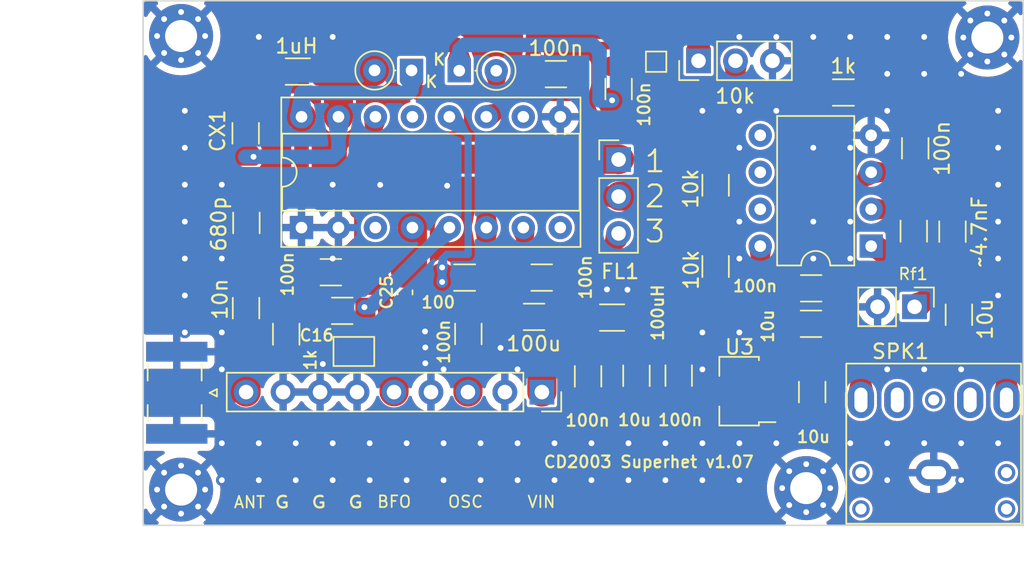
<source format=kicad_pcb>
(kicad_pcb (version 20221018) (generator pcbnew)
  (layers (0 "F.Cu" signal) (31 "B.Cu" signal) (34 "B.Paste" user) (35 "F.Paste" user) (36 "B.SilkS" user "B.Silkscreen") (37 "F.SilkS" user "F.Silkscreen") (38 "B.Mask" user) (39 "F.Mask" user) (44 "Edge.Cuts" user))
  (net 0 "")
  (net 1 "RX_OSC")
  (net 2 "+5V")
  (net 3 "Net-(U1-FM{slash}AM_SW)")
  (net 4 "Net-(D7-K)")
  (net 8 "GND")
  (net 10 "Net-(U1-AM_OSC)")
  (net 11 "Net-(U1-AM_MIX)")
  (net 12 "Net-(U1-AM_IF)")
  (net 13 "RX_AUDIO")
  (net 14 "Net-(C11-Pad1)")
  (net 15 "Net-(C1-Pad2)")
  (net 16 "Net-(U2A-+)")
  (net 17 "Net-(U2A--)")
  (net 18 "+3.3V")
  (net 19 "Net-(RV1-Pad2)")
  (net 23 "5VCLEAN")
  (net 24 "Net-(J1-In)")
  (net 25 "Net-(J2-Pin_1)")
  (net 26 "Net-(C14-Pad2)")
  (net 29 "BFO")
  (net 30 "Net-(JP2-B)")
  (footprint "TestPoint:TestPoint_Pad_1.0x1.0mm" (layer "F.Cu") (at 80.29 47.66)
    (fp_text reference "TP1" hide)
    (fp_text value "Debug_Audio" hide)
  )
  (footprint "Diode_THT:D_DO-35_SOD27_P2.54mm_Vertical_KathodeUp" (layer "F.Cu") (at 66.762 48.278)
    (fp_text reference "D8" hide)
    (fp_text value "1N4148" hide)
  )
  (footprint "Capacitor_SMD:C_1206_3216Metric_Pad1.33x1.80mm_HandSolder" (layer "F.Cu") (at 75.612 69.2955 -90)
    (fp_text reference "C5" hide)
    (fp_text value "100n")
  )
  (footprint "Connector_PinHeader_2.54mm:PinHeader_1x03_P2.54mm_Vertical" (layer "F.Cu") (at 83.202 47.598 90)
    (fp_text reference "RV1" hide)
    (fp_text value "10k")
  )
  (footprint "Connector_PinHeader_2.54mm:PinHeader_1x02_P2.54mm_Vertical" (layer "F.Cu") (at 98.044 64.516 -90)
    (fp_text reference "J2" hide)
    (fp_text value "Conn_01x02" hide)
  )
  (footprint "Capacitor_SMD:C_1206_3216Metric_Pad1.33x1.80mm_HandSolder" (layer "F.Cu") (at 77.71 49.54 90)
    (fp_text reference "C8" hide)
    (fp_text value "100n")
  )
  (footprint "Capacitor_SMD:C_1206_3216Metric_Pad1.33x1.80mm_HandSolder" (layer "F.Cu") (at 57.942 62.138)
    (fp_text reference "C10" hide)
    (fp_text value "100n")
  )
  (footprint "Inductor_SMD:L_1206_3216Metric_Pad1.22x1.90mm_HandSolder" (layer "F.Cu") (at 55.672 48.338)
    (fp_text reference "L1" hide)
    (fp_text value "1uH")
  )
  (footprint "Jumper:SolderJumper-2_P1.3mm_Open_TrianglePad1.0x1.5mm" (layer "F.Cu") (at 59.521 67.586)
    (fp_text reference "JP2" hide)
    (fp_text value "SolderJumper_2_Open" hide)
  )
  (footprint "Capacitor_SMD:C_1206_3216Metric_Pad1.33x1.80mm_HandSolder" (layer "F.Cu") (at 52.137 58.7455 90)
    (fp_text reference "C11" hide)
    (fp_text value "680p")
  )
  (footprint "Capacitor_SMD:C_1206_3216Metric_Pad1.33x1.80mm_HandSolder" (layer "F.Cu") (at 71.8995 65.208 180)
    (fp_text reference "C6" hide)
    (fp_text value "100u")
  )
  (footprint "Resistor_SMD:R_1206_3216Metric_Pad1.30x1.75mm_HandSolder" (layer "F.Cu") (at 67.13 62.506)
    (fp_text reference "R14" hide)
    (fp_text value "100")
  )
  (footprint "Capacitor_SMD:C_1206_3216Metric_Pad1.33x1.80mm_HandSolder" (layer "F.Cu") (at 72.4285 62.506 180)
    (fp_text reference "C9" hide)
    (fp_text value "100n")
  )
  (footprint "MountingHole:MountingHole_2.2mm_M2_Pad_Via" (layer "F.Cu") (at 90.6 76.984 180)
    (fp_text reference "H2" hide)
    (fp_text value "MountingHole_Pad" hide)
  )
  (footprint "MountingHole:MountingHole_2.2mm_M2_Pad_Via" (layer "F.Cu") (at 47.649274 77.087274)
    (fp_text reference "H4" hide)
    (fp_text value "MountingHole_Pad" hide)
  )
  (footprint "Capacitor_SMD:C_1206_3216Metric_Pad1.33x1.80mm_HandSolder" (layer "F.Cu") (at 78.937 69.258 -90)
    (fp_text reference "C3" hide)
    (fp_text value "10u")
  )
  (footprint "MountingHole:MountingHole_2.2mm_M2_Pad_Via" (layer "F.Cu") (at 47.649274 45.892726 180)
    (fp_text reference "H1" hide)
    (fp_text value "MountingHole_Pad" hide)
  )
  (footprint "Capacitor_SMD:C_1206_3216Metric_Pad1.33x1.80mm_HandSolder" (layer "F.Cu") (at 98.092 53.616 90)
    (fp_text reference "C2" hide)
    (fp_text value "100n")
  )
  (footprint "Inductor_SMD:L_1206_3216Metric_Pad1.22x1.90mm_HandSolder" (layer "F.Cu") (at 77.262 65.258)
    (fp_text reference "L2" hide)
    (fp_text value "100uH")
  )
  (footprint "footprints:PinSocket_1x09_P2.54mm_Vertical_Custom" (layer "F.Cu") (at 72.438 70.38 -90)
    (fp_text reference "JP1" hide)
    (fp_text value "Pin Header" hide)
  )
  (footprint "Capacitor_SMD:C_1206_3216Metric_Pad1.33x1.80mm_HandSolder" (layer "F.Cu") (at 90.9395 63.243)
    (fp_text reference "C12" hide)
    (fp_text value "100n")
  )
  (footprint "Capacitor_SMD:C_1206_3216Metric_Pad1.33x1.80mm_HandSolder" (layer "F.Cu") (at 91.012 70.378 -90)
    (fp_text reference "C13" hide)
    (fp_text value "10u")
  )
  (footprint "Capacitor_SMD:C_0603_1608Metric_Pad1.08x0.95mm_HandSolder" (layer "F.Cu") (at 63.04 63.522 90)
    (fp_text reference "C25")
    (fp_text value "5.1p / 3p" hide)
  )
  (footprint "Capacitor_SMD:C_1206_3216Metric_Pad1.33x1.80mm_HandSolder" (layer "F.Cu") (at 90.932 65.683 180)
    (fp_text reference "C15" hide)
    (fp_text value "10u")
  )
  (footprint "Capacitor_SMD:C_1206_3216Metric_Pad1.33x1.80mm_HandSolder" (layer "F.Cu") (at 52.112 64.608 -90)
    (fp_text reference "C17" hide)
    (fp_text value "10n")
  )
  (footprint "Capacitor_SMD:C_1206_3216Metric_Pad1.33x1.80mm_HandSolder" (layer "F.Cu") (at 67.387 66.383 -90)
    (fp_text reference "C21" hide)
    (fp_text value "100n")
  )
  (footprint "Capacitor_SMD:C_1206_3216Metric_Pad1.33x1.80mm_HandSolder" (layer "F.Cu") (at 52.087 52.583 -90)
    (fp_text reference "CX1")
    (fp_text value "  " hide)
  )
  (footprint "Capacitor_SMD:C_1206_3216Metric_Pad1.33x1.80mm_HandSolder" (layer "F.Cu") (at 100.652 59.3455 90)
    (fp_text reference "C7" hide)
    (fp_text value "~4.7nF")
  )
  (footprint "Resistor_SMD:R_1206_3216Metric_Pad1.30x1.75mm_HandSolder" (layer "F.Cu") (at 54.872 66.398 -90)
    (fp_text reference "R13" hide)
    (fp_text value "1k")
  )
  (footprint "Resistor_SMD:R_1206_3216Metric_Pad1.30x1.75mm_HandSolder" (layer "F.Cu") (at 84.376 61.744 90)
    (fp_text reference "R1" hide)
    (fp_text value "10k")
  )
  (footprint "Resistor_SMD:R_1206_3216Metric_Pad1.30x1.75mm_HandSolder" (layer "F.Cu") (at 93.152 49.778 180)
    (fp_text reference "Rin1" hide)
    (fp_text value "1k")
  )
  (footprint "Connector_Coaxial:SMA_Samtec_SMA-J-P-X-ST-EM1_EdgeMount" (layer "F.Cu") (at 47.352 70.428 -90)
    (fp_text reference "J1" hide)
    (fp_text value "SMA Edge Mount" hide)
  )
  (footprint "Resistor_SMD:R_1206_3216Metric_Pad1.30x1.75mm_HandSolder" (layer "F.Cu") (at 97.992 59.313 90)
    (fp_text reference "Rf1")
    (fp_text value "4.7k" hide)
  )
  (footprint "MountingHole:MountingHole_2.2mm_M2_Pad_Via" (layer "F.Cu") (at 103.046 45.996)
    (fp_text reference "H3" hide)
    (fp_text value "MountingHole_Pad" hide)
  )
  (footprint "Connector_PinHeader_2.54mm:PinHeader_1x03_P2.54mm_Vertical" (layer "F.Cu") (at 77.71 54.39)
    (fp_text reference "FL1")
    (fp_text value "455 kHz (3-pin) ceramic filter (BPF)" hide)
  )
  (footprint "Capacitor_SMD:C_1206_3216Metric_Pad1.33x1.80mm_HandSolder" (layer "F.Cu") (at 73.406 48.514 180)
    (fp_text reference "C1" hide)
    (fp_text value "100n")
  )
  (footprint "Resistor_SMD:R_1206_3216Metric_Pad1.30x1.75mm_HandSolder" (layer "F.Cu") (at 84.376 56.156 90)
    (fp_text reference "R2" hide)
    (fp_text value "10k")
  )
  (footprint "Diode_THT:D_DO-35_SOD27_P2.54mm_Vertical_KathodeUp" (layer "F.Cu") (at 63.482 48.258 180)
    (fp_text reference "D7" hide)
    (fp_text value "1N4148" hide)
  )
  (footprint "Package_TO_SOT_SMD:SOT-89-3" (layer "F.Cu") (at 85.992 70.318 180)
    (fp_text reference "U3")
    (fp_text value "HT7833 SOT89 3.3V 500mA LDO" hide)
  )
  (footprint "Capacitor_SMD:C_1206_3216Metric_Pad1.33x1.80mm_HandSolder" (layer "F.Cu") (at 81.84 69.2475 -90)
    (fp_text reference "C4" hide)
    (fp_text value "100n")
  )
  (footprint "Capacitor_SMD:C_1206_3216Metric_Pad1.33x1.80mm_HandSolder" (layer "F.Cu") (at 101.092 65.0625 -90)
    (fp_text reference "C14" hide)
    (fp_text value "10u")
  )
  (footprint "Capacitor_SMD:C_1206_3216Metric_Pad1.33x1.80mm_HandSolder" (layer "F.Cu") (at 58.722 64.792 180)
    (fp_text reference "C16")
    (fp_text value "10u" hide)
  )
  (footprint "Package_DIP:DIP-16_W7.62mm_Socket" (layer "F.Cu") (at 55.922 59.068 90)
    (fp_text reference "U1" hide)
    (fp_text value "CD2003GB_GP" hide)
  )
  (footprint "footprints:PJ-307_Modded" (layer "F.Cu") (at 99.362 72.92 90)
    (fp_text reference "SPK1")
    (fp_text value "SPEAKER")
  )
  (footprint "Package_DIP:DIP-8_W7.62mm" (layer "F.Cu") (at 95.062 60.343 180)
    (fp_text reference "U2" hide)
    (fp_text value "MCP6002" hide)
  )
  (gr_rect (start 45.042 43.466) (end 105.524 79.546) (stroke (width 0.1)) (fill none) (layer "Edge.Cuts"))
  (gr_text "1\n2\n3" (at 79.4 60.21) (layer "F.SilkS") (effects (font (size 1.5 1.5)) (justify left bottom)))
  (gr_text "G  G  G" (at 53.99 78.42) (layer "F.SilkS") (effects (font (size 0.8 1)) (justify left bottom)))
  (gr_text "OSC" (at 67.19 77.92) (layer "F.SilkS") (effects (font (size 0.8 0.8) (thickness 0.12))))
  (gr_text "BFO" (at 62.29 77.92) (layer "F.SilkS") (effects (font (size 0.8 0.8) (thickness 0.12))))
  (gr_text "CD2003 Superhet v1.07" (at 72.48 75.65) (layer "F.SilkS") (effects (font (size 0.8 0.8)) (justify left bottom)))
  (gr_text "ANT" (at 52.352 77.956) (layer "F.SilkS") (effects (font (size 0.8 0.8) (thickness 0.12))))
  (gr_text "VIN" (at 72.41 77.93) (layer "F.SilkS") (effects (font (size 0.8 0.8) (thickness 0.12))))
  (segment (start 67.358 67.9745) (end 67.387 67.9455) (width 2) (layer "F.Cu") (net 1))
  (segment (start 67.358 70.38) (end 67.358 67.9745) (width 2) (layer "F.Cu") (net 1))
  (segment (start 75.612 67.733) (end 75.612 65.2705) (width 2) (layer "F.Cu") (net 2))
  (segment (start 72.438 70.38) (end 72.438 67.908) (width 2) (layer "F.Cu") (net 2))
  (segment (start 72.613 67.733) (end 72.438 67.908) (width 2) (layer "F.Cu") (net 2))
  (segment (start 75.612 67.733) (end 72.613 67.733) (width 2) (layer "F.Cu") (net 2))
  (segment (start 75.612 65.2705) (end 75.5995 65.258) (width 2) (layer "F.Cu") (net 2))
  (segment (start 75.5995 65.258) (end 73.512 65.258) (width 2) (layer "F.Cu") (net 2))
  (segment (start 59.738 53.87) (end 59.738 57.934) (width 1) (layer "F.Cu") (net 3))
  (segment (start 61.002 52.606) (end 59.738 53.87) (width 1) (layer "F.Cu") (net 3))
  (segment (start 61.002 51.448) (end 61.002 52.606) (width 1) (layer "F.Cu") (net 3))
  (segment (start 59.484 62.506) (end 59.484 60.506) (width 1) (layer "F.Cu") (net 3))
  (segment (start 59.738 60.252) (end 59.738 57.934) (width 0.4) (layer "F.Cu") (net 3))
  (segment (start 59.484 60.506) (end 59.738 60.252) (width 1) (layer "F.Cu") (net 3))
  (segment (start 63.482 48.258) (end 63.482 49.378) (width 1) (layer "F.Cu") (net 4))
  (segment (start 55.922 56.498) (end 55.922 51.448) (width 1) (layer "F.Cu") (net 4))
  (segment (start 52.137 57.183) (end 55.237 57.183) (width 1) (layer "F.Cu") (net 4))
  (segment (start 63.482 49.378) (end 63.882 49.778) (width 1) (layer "F.Cu") (net 4))
  (segment (start 52.316 48.338) (end 51.864 48.79) (width 2) (layer "F.Cu") (net 4))
  (segment (start 55.237 57.183) (end 55.922 56.498) (width 1) (layer "F.Cu") (net 4))
  (segment (start 55.5115 51.0375) (end 55.922 51.448) (width 2) (layer "F.Cu") (net 4))
  (segment (start 51.864 51.0375) (end 55.5115 51.0375) (width 2) (layer "F.Cu") (net 4))
  (segment (start 54.0095 48.338) (end 52.316 48.338) (width 2) (layer "F.Cu") (net 4))
  (segment (start 69.302 49.698) (end 69.222 49.778) (width 1) (layer "F.Cu") (net 4))
  (segment (start 63.882 49.778) (end 69.222 49.778) (width 1) (layer "F.Cu") (net 4))
  (segment (start 51.864 51.0375) (end 51.864 48.79) (width 2) (layer "F.Cu") (net 4))
  (segment (start 69.302 48.278) (end 69.302 49.698) (width 1) (layer "F.Cu") (net 4))
  (segment (start 63.482 49.618) (end 63.482 48.258) (width 1) (layer "B.Cu") (net 4))
  (segment (start 55.928 49.806) (end 63.294 49.806) (width 1) (layer "B.Cu") (net 4))
  (segment (start 63.294 49.806) (end 63.482 49.618) (width 1) (layer "B.Cu") (net 4))
  (segment (start 55.922 49.812) (end 55.928 49.806) (width 1) (layer "B.Cu") (net 4))
  (segment (start 55.922 51.448) (end 55.922 49.812) (width 1) (layer "B.Cu") (net 4))
  (via (at 73.307 76.436) (size 0.8) (drill 0.4) (layers "F.Cu" "B.Cu") (net 8))
  (via (at 57.39 68.45) (size 0.8) (drill 0.4) (layers "F.Cu" "B.Cu") (net 8))
  (via (at 91.087 61.196) (size 0.8) (drill 0.4) (layers "F.Cu" "B.Cu") (net 8))
  (via (at 101.247 76.436) (size 0.8) (drill 0.4) (layers "F.Cu" "B.Cu") (net 8))
  (via (at 86.007 53.576) (size 0.8) (drill 0.4) (layers "F.Cu" "B.Cu") (net 8))
  (via (at 78.387 73.896) (size 0.8) (drill 0.4) (layers "F.Cu" "B.Cu") (net 8))
  (via (at 63.147 73.896) (size 0.8) (drill 0.4) (layers "F.Cu" "B.Cu") (net 8))
  (via (at 64.43 68.4) (size 0.8) (drill 0.4) (layers "F.Cu" "B.Cu") (net 8))
  (via (at 65.687 76.436) (size 0.8) (drill 0.4) (layers "F.Cu" "B.Cu") (net 8))
  (via (at 65.687 73.896) (size 0.8) (drill 0.4) (layers "F.Cu" "B.Cu") (net 8))
  (via (at 86.007 51.036) (size 0.8) (drill 0.4) (layers "F.Cu" "B.Cu") (net 8))
  (via (at 47.907 53.576) (size 0.8) (drill 0.4) (layers "F.Cu" "B.Cu") (net 8))
  (via (at 98.707 45.956) (size 0.8) (drill 0.4) (layers "F.Cu" "B.Cu") (net 8))
  (via (at 103.787 73.896) (size 0.8) (drill 0.4) (layers "F.Cu" "B.Cu") (net 8))
  (via (at 98.707 48.496) (size 0.8) (drill 0.4) (layers "F.Cu" "B.Cu") (net 8))
  (via (at 83.467 68.816) (size 0.8) (drill 0.4) (layers "F.Cu" "B.Cu") (net 8))
  (via (at 70.767 68.816) (size 0.8) (drill 0.4) (layers "F.Cu" "B.Cu") (net 8))
  (via (at 101.247 48.496) (size 0.8) (drill 0.4) (layers "F.Cu" "B.Cu") (net 8))
  (via (at 80.927 73.896) (size 0.8) (drill 0.4) (layers "F.Cu" "B.Cu") (net 8))
  (via (at 96.167 48.496) (size 0.8) (drill 0.4) (layers "F.Cu" "B.Cu") (net 8))
  (via (at 64.43 67.31) (size 0.8) (drill 0.4) (layers "F.Cu" "B.Cu") (net 8))
  (via (at 47.907 61.196) (size 0.8) (drill 0.4) (layers "F.Cu" "B.Cu") (net 8))
  (via (at 91.087 58.656) (size 0.8) (drill 0.4) (layers "F.Cu" "B.Cu") (net 8))
  (via (at 65.687 68.816) (size 0.8) (drill 0.4) (layers "F.Cu" "B.Cu") (net 8))
  (via (at 88.547 45.956) (size 0.8) (drill 0.4) (layers "F.Cu" "B.Cu") (net 8))
  (via (at 58.067 76.436) (size 0.8) (drill 0.4) (layers "F.Cu" "B.Cu") (net 8))
  (via (at 47.907 51.036) (size 0.8) (drill 0.4) (layers "F.Cu" "B.Cu") (net 8))
  (via (at 50.447 61.196) (size 0.8) (drill 0.4) (layers "F.Cu" "B.Cu") (net 8))
  (via (at 88.547 73.896) (size 0.8) (drill 0.4) (layers "F.Cu" "B.Cu") (net 8))
  (via (at 93.627 53.576) (size 0.8) (drill 0.4) (layers "F.Cu" "B.Cu") (net 8))
  (via (at 63.147 76.436) (size 0.8) (drill 0.4) (layers "F.Cu" "B.Cu") (net 8))
  (via (at 103.787 56.116) (size 0.8) (drill 0.4) (layers "F.Cu" "B.Cu") (net 8))
  (via (at 70.767 73.896) (size 0.8) (drill 0.4) (layers "F.Cu" "B.Cu") (net 8))
  (via (at 75.847 73.896) (size 0.8) (drill 0.4) (layers "F.Cu" "B.Cu") (net 8))
  (via (at 86.007 61.196) (size 0.8) (drill 0.4) (layers "F.Cu" "B.Cu") (net 8))
  (via (at 58.067 73.896) (size 0.8) (drill 0.4) (layers "F.Cu" "B.Cu") (net 8))
  (via (at 93.627 73.896) (size 0.8) (drill 0.4) (layers "F.Cu" "B.Cu") (net 8))
  (via (at 88.547 51.036) (size 0.8) (drill 0.4) (layers "F.Cu" "B.Cu") (net 8))
  (via (at 96.167 45.956) (size 0.8) (drill 0.4) (layers "F.Cu" "B.Cu") (net 8))
  (via (at 103.787 58.656) (size 0.8) (drill 0.4) (layers "F.Cu" "B.Cu") (net 8))
  (via (at 86.007 58.656) (size 0.8) (drill 0.4) (layers "F.Cu" "B.Cu") (net 8))
  (via (at 98.707 73.896) (size 0.8) (drill 0.4) (layers "F.Cu" "B.Cu") (net 8))
  (via (at 47.907 56.116) (size 0.8) (drill 0.4) (layers "F.Cu" "B.Cu") (net 8))
  (via (at 60.607 73.896) (size 0.8) (drill 0.4) (layers "F.Cu" "B.Cu") (net 8))
  (via (at 80.927 76.436) (size 0.8) (drill 0.4) (layers "F.Cu" "B.Cu") (net 8))
  (via (at 69.6 67.34) (size 0.8) (drill 0.4) (layers "F.Cu" "B.Cu") (net 8))
  (via (at 91.087 53.576) (size 0.8) (drill 0.4) (layers "F.Cu" "B.Cu") (net 8))
  (via (at 103.787 63.736) (size 0.8) (drill 0.4) (layers "F.Cu" "B.Cu") (net 8))
  (via (at 65.93 56.19) (size 0.8) (drill 0.4) (layers "F.Cu" "B.Cu") (net 8))
  (via (at 50.447 68.816) (size 0.8) (drill 0.4) (layers "F.Cu" "B.Cu") (net 8))
  (via (at 50.447 66.276) (size 0.8) (drill 0.4) (layers "F.Cu" "B.Cu") (net 8))
  (via (at 96.167 73.896) (size 0.8) (drill 0.4) (layers "F.Cu" "B.Cu") (net 8))
  (via (at 55.527 76.436) (size 0.8) (drill 0.4) (layers "F.Cu" "B.Cu") (net 8))
  (via (at 91.087 45.956) (size 0.8) (drill 0.4) (layers "F.Cu" "B.Cu") (net 8))
  (via (at 103.787 51.036) (size 0.8) (drill 0.4) (layers "F.Cu" "B.Cu") (net 8))
  (via (at 47.907 66.276) (size 0.8) (drill 0.4) (layers "F.Cu" "B.Cu") (net 8))
  (via (at 58.067 45.956) (size 0.8) (drill 0.4) (layers "F.Cu" "B.Cu") (net 8))
  (via (at 50.447 76.436) (size 0.8) (drill 0.4) (layers "F.Cu" "B.Cu") (net 8))
  (via (at 75.847 76.436) (size 0.8) (drill 0.4) (layers "F.Cu" "B.Cu") (net 8))
  (via (at 60.607 76.436) (size 0.8) (drill 0.4) (layers "F.Cu" "B.Cu") (net 8))
  (via (at 68.227 73.896) (size 0.8) (drill 0.4) (layers "F.Cu" "B.Cu") (net 8))
  (via (at 101.247 73.896) (size 0.8) (drill 0.4) (layers "F.Cu" "B.Cu") (net 8))
  (via (at 83.467 51.036) (size 0.8) (drill 0.4) (layers "F.Cu" "B.Cu") (net 8))
  (via (at 78.32 63.34) (size 0.8) (drill 0.4) (layers "F.Cu" "B.Cu") (net 8))
  (via (at 86.007 73.896) (size 0.8) (drill 0.4) (layers "F.Cu" "B.Cu") (net 8))
  (via (at 70.767 76.436) (size 0.8) (drill 0.4) (layers "F.Cu" "B.Cu") (net 8))
  (via (at 101.247 68.816) (size 0.8) (drill 0.4) (layers "F.Cu" "B.Cu") (net 8))
  (via (at 93.627 58.656) (size 0.8) (drill 0.4) (layers "F.Cu" "B.Cu") (net 8))
  (via (at 98.707 68.816) (size 0.8) (drill 0.4) (layers "F.Cu" "B.Cu") (net 8))
  (via (at 86.007 45.956) (size 0.8) (drill 0.4) (layers "F.Cu" "B.Cu") (net 8))
  (via (at 93.627 45.956) (size 0.8) (drill 0.4) (layers "F.Cu" "B.Cu") (net 8))
  (via (at 83.467 76.436) (size 0.8) (drill 0.4) (layers "F.Cu" "B.Cu") (net 8))
  (via (at 68.227 76.436) (size 0.8) (drill 0.4) (layers "F.Cu" "B.Cu") (net 8))
  (via (at 103.787 53.576) (size 0.8) (drill 0.4) (layers "F.Cu" "B.Cu") (net 8))
  (via (at 96.167 76.436) (size 0.8) (drill 0.4) (layers "F.Cu" "B.Cu") (net 8))
  (via (at 78.387 76.436) (size 0.8) (drill 0.4) (layers "F.Cu" "B.Cu") (net 8))
  (via (at 50.447 56.116) (size 0.8) (drill 0.4) (layers "F.Cu" "B.Cu") (net 8))
  (via (at 76.91 63.32) (size 0.8) (drill 0.4) (layers "F.Cu" "B.Cu") (net 8))
  (via (at 96.167 51.036) (size 0.8) (drill 0.4) (layers "F.Cu" "B.Cu") (net 8))
  (via (at 52.987 73.896) (size 0.8) (drill 0.4) (layers "F.Cu" "B.Cu") (net 8))
  (via (at 47.907 63.736) (size 0.8) (drill 0.4) (layers "F.Cu" "B.Cu") (net 8))
  (via (at 103.787 61.196) (size 0.8) (drill 0.4) (layers "F.Cu" "B.Cu") (net 8))
  (via (at 73.307 73.896) (size 0.8) (drill 0.4) (layers "F.Cu" "B.Cu") (net 8))
  (via (at 83.467 66.276) (size 0.8) (drill 0.4) (layers "F.Cu" "B.Cu") (net 8))
  (via (at 58.067 56.116) (size 0.8) (drill 0.4) (layers "F.Cu" "B.Cu") (net 8))
  (via (at 61.33 56.13) (size 0.8) (drill 0.4) (layers "F.Cu" "B.Cu") (net 8))
  (via (at 83.467 73.896) (size 0.8) (drill 0.4) (layers "F.Cu" "B.Cu") (net 8))
  (via (at 86.007 66.276) (size 0.8) (drill 0.4) (layers "F.Cu" "B.Cu") (net 8))
  (via (at 55.527 73.896) (size 0.8) (drill 0.4) (layers "F.Cu" "B.Cu") (net 8))
  (via (at 86.007 76.436) (size 0.8) (drill 0.4) (layers "F.Cu" "B.Cu") (net 8))
  (via (at 64.41 66.21) (size 0.8) (drill 0.4) (layers "F.Cu" "B.Cu") (net 8))
  (via (at 47.907 58.656) (size 0.8) (drill 0.4) (layers "F.Cu" "B.Cu") (net 8))
  (via (at 50.447 73.896) (size 0.8) (drill 0.4) (layers "F.Cu" "B.Cu") (net 8))
  (via (at 93.627 61.196) (size 0.8) (drill 0.4) (layers "F.Cu" "B.Cu") (net 8))
  (via (at 52.987 76.436) (size 0.8) (drill 0.4) (layers "F.Cu" "B.Cu") (net 8))
  (via (at 58.067 61.196) (size 0.8) (drill 0.4) (layers "F.Cu" "B.Cu") (net 8))
  (via (at 52.987 45.956) (size 0.8) (drill 0.4) (layers "F.Cu" "B.Cu") (net 8))
  (via (at 96.167 68.816) (size 0.8) (drill 0.4) (layers "F.Cu" "B.Cu") (net 8))
  (segment (start 65.587 62.808) (end 65.58 62.815) (width 2) (layer "F.Cu") (net 10))
  (segment (start 65.58 62.815) (end 65.58 64.251) (width 2) (layer "F.Cu") (net 10))
  (segment (start 65.58 64.251) (end 66.1495 64.8205) (width 2) (layer "F.Cu") (net 10))
  (segment (start 65.58 62.801) (end 65.587 62.808) (width 2) (layer "F.Cu") (net 10))
  (segment (start 65.58 62.506) (end 65.58 62.801) (width 2) (layer "F.Cu") (net 10))
  (segment (start 66.1495 64.8205) (end 67.387 64.8205) (width 2) (layer "F.Cu") (net 10))
  (via (at 65.587 61.808) (size 0.8) (drill 0.4) (layers "F.Cu" "B.Cu") (net 10))
  (via (at 65.587 62.808) (size 0.8) (drill 0.4) (layers "F.Cu" "B.Cu") (net 10))
  (segment (start 66.082 51.448) (end 67.372 52.738) (width 0.5) (layer "B.Cu") (net 10))
  (segment (start 66.082 51.268) (end 67.497 52.683) (width 0.25) (layer "B.Cu") (net 10))
  (segment (start 65.58 61.998) (end 65.58 62.506) (width 0.5) (layer "B.Cu") (net 10))
  (segment (start 65.58 61.236) (end 65.58 61.801) (width 0.5) (layer "B.Cu") (net 10))
  (segment (start 65.908 60.908) (end 65.58 61.236) (width 0.5) (layer "B.Cu") (net 10))
  (segment (start 67.372 52.738) (end 67.372 60.908) (width 0.5) (layer "B.Cu") (net 10))
  (segment (start 65.587 61.808) (end 65.58 61.815) (width 0.5) (layer "B.Cu") (net 10))
  (segment (start 65.58 61.815) (end 65.58 61.998) (width 0.5) (layer "B.Cu") (net 10))
  (segment (start 65.58 61.801) (end 65.587 61.808) (width 0.5) (layer "B.Cu") (net 10))
  (segment (start 67.372 60.908) (end 65.908 60.908) (width 0.5) (layer "B.Cu") (net 10))
  (segment (start 76.01 54.363) (end 77.772 54.363) (width 2) (layer "F.Cu") (net 11))
  (segment (start 77.683 54.363) (end 77.71 54.39) (width 2) (layer "F.Cu") (net 11))
  (segment (start 63.542 55.146) (end 64.325 54.363) (width 2) (layer "F.Cu") (net 11))
  (segment (start 63.542 59.068) (end 63.542 55.146) (width 2) (layer "F.Cu") (net 11))
  (segment (start 63.542 59.068) (end 63.542 61.4575) (width 2) (layer "F.Cu") (net 11))
  (segment (start 63.542 61.4575) (end 63.04 61.9595) (width 2) (layer "F.Cu") (net 11))
  (segment (start 64.325 54.363) (end 76.01 54.363) (width 2) (layer "F.Cu") (net 11))
  (segment (start 76.01 54.363) (end 77.683 54.363) (width 2) (layer "F.Cu") (net 11))
  (segment (start 71.162 60.214) (end 71.516 60.568) (width 1) (layer "F.Cu") (net 12))
  (segment (start 71.516 60.568) (end 77.17 60.568) (width 1) (layer "F.Cu") (net 12))
  (segment (start 77.17 60.568) (end 77.772 59.966) (width 1) (layer "F.Cu") (net 12))
  (segment (start 77.772 59.966) (end 77.772 59.443) (width 1) (layer "F.Cu") (net 12))
  (segment (start 71.162 59.068) (end 71.162 60.214) (width 1) (layer "F.Cu") (net 12))
  (segment (start 75.067 49.99) (end 70.675456 49.99) (width 0.75) (layer "F.Cu") (net 13))
  (segment (start 75.077 49.98) (end 75.067 49.99) (width 0.75) (layer "F.Cu") (net 13))
  (segment (start 69.217456 51.448) (end 68.622 51.448) (width 0.75) (layer "F.Cu") (net 13))
  (segment (start 70.675456 49.99) (end 69.217456 51.448) (width 0.75) (layer "F.Cu") (net 13))
  (segment (start 75.077 48.6225) (end 75.077 49.98) (width 0.75) (layer "F.Cu") (net 13))
  (segment (start 54.3895 63.0455) (end 52.112 63.0455) (width 1) (layer "F.Cu") (net 14))
  (segment (start 54.872 64.848) (end 54.872 63.528) (width 1) (layer "F.Cu") (net 14))
  (segment (start 54.872 63.528) (end 54.3895 63.0455) (width 1) (layer "F.Cu") (net 14))
  (segment (start 52.137 63.0205) (end 52.112 63.0455) (width 2) (layer "F.Cu") (net 14))
  (segment (start 52.137 60.308) (end 52.137 63.0205) (width 2) (layer "F.Cu") (net 14))
  (segment (start 80.29 45.623) (end 80.26 45.593) (width 1) (layer "F.Cu") (net 15))
  (segment (start 82.937 45.593) (end 83.202 45.858) (width 1) (layer "F.Cu") (net 15))
  (segment (start 72.152 45.593) (end 80.26 45.593) (width 1) (layer "F.Cu") (net 15))
  (segment (start 80.29 47.66) (end 80.29 45.623) (width 1) (layer "F.Cu") (net 15))
  (segment (start 71.8435 48.514) (end 71.8435 45.9015) (width 1) (layer "F.Cu") (net 15))
  (segment (start 83.202 45.858) (end 83.202 47.598) (width 1) (layer "F.Cu") (net 15))
  (segment (start 71.8435 45.9015) (end 72.152 45.593) (width 1) (layer "F.Cu") (net 15))
  (segment (start 80.26 45.593) (end 82.937 45.593) (width 1) (layer "F.Cu") (net 15))
  (segment (start 84.577 56.463) (end 84.376 56.664) (width 0.4) (layer "F.Cu") (net 16))
  (segment (start 84.376 56.664) (end 84.376 57.706) (width 0.4) (layer "F.Cu") (net 16))
  (segment (start 93.862 56.463) (end 84.577 56.463) (width 0.4) (layer "F.Cu") (net 16))
  (segment (start 95.062 55.263) (end 93.862 56.463) (width 0.4) (layer "F.Cu") (net 16))
  (segment (start 95.062 55.263) (end 98.0075 55.263) (width 1) (layer "F.Cu") (net 16))
  (segment (start 84.376 60.194) (end 84.376 57.706) (width 1) (layer "F.Cu") (net 16))
  (segment (start 97.992 57.763) (end 100.632 57.763) (width 1) (layer "F.Cu") (net 17))
  (segment (start 94.702 49.778) (end 100.604 49.778) (width 1) (layer "F.Cu") (net 17))
  (segment (start 100.632 49.806) (end 100.632 57.763) (width 1) (layer "F.Cu") (net 17))
  (segment (start 95.062 57.803) (end 97.952 57.803) (width 1) (layer "F.Cu") (net 17))
  (segment (start 100.604 49.778) (end 100.632 49.806) (width 1) (layer "F.Cu") (net 17))
  (segment (start 89.202 68.818) (end 91.0095 68.818) (width 1) (layer "F.Cu") (net 18))
  (segment (start 88.694 63.373) (end 84.455 63.373) (width 1) (layer "F.Cu") (net 18))
  (segment (start 89.3695 65.683) (end 89.3695 68.6505) (width 1) (layer "F.Cu") (net 18))
  (segment (start 87.462 63.373) (end 88.694 63.373) (width 1) (layer "F.Cu") (net 18))
  (segment (start 89.3695 68.6505) (end 89.202 68.818) (width 1) (layer "F.Cu") (net 18))
  (segment (start 88.694 63.373) (end 89.3495 63.373) (width 1) (layer "F.Cu") (net 18))
  (segment (start 87.462 63.373) (end 87.462 60.363) (width 1) (layer "F.Cu") (net 18))
  (segment (start 89.3695 68.6505) (end 89.3695 63.2505) (width 1) (layer "F.Cu") (net 18))
  (segment (start 87.942 68.818) (end 89.202 68.818) (width 1) (layer "F.Cu") (net 18))
  (segment (start 91.602 49.778) (end 85.932 49.778) (width 1) (layer "F.Cu") (net 19))
  (segment (start 85.932 49.778) (end 85.742 49.588) (width 1) (layer "F.Cu") (net 19))
  (segment (start 85.742 47.598) (end 85.742 49.588) (width 1) (layer "F.Cu") (net 19))
  (segment (start 58.462 48.344) (end 58.468 48.338) (width 2) (layer "F.Cu") (net 23))
  (segment (start 57.3345 48.338) (end 58.468 48.338) (width 2) (layer "F.Cu") (net 23))
  (segment (start 80.832 56.903) (end 81.037 57.108) (width 2) (layer "F.Cu") (net 23))
  (segment (start 81.037 57.108) (end 81.037 59.978) (width 2) (layer "F.Cu") (net 23))
  (segment (start 81.037 59.978) (end 81.037 64.908) (width 2) (layer "F.Cu") (net 23))
  (segment (start 81.037 59.978) (end 81.037 51.253) (width 2) (layer "F.Cu") (net 23))
  (segment (start 85.3545 67.6355) (end 85.3545 70.608) (width 1) (layer "F.Cu") (net 23))
  (segment (start 69.157 56.903) (end 68.622 57.438) (width 1) (layer "F.Cu") (net 23))
  (segment (start 78.9245 65.258) (end 78.9245 67.683) (width 2) (layer "F.Cu") (net 23))
  (segment (start 80.2045 50.4205) (end 77.287 50.4205) (width 2) (layer "F.Cu") (net 23))
  (segment (start 78.9245 67.683) (end 78.937 67.6955) (width 2) (layer "F.Cu") (net 23))
  (segment (start 60.942 46.824) (end 60.942 48.258) (width 1) (layer "F.Cu") (net 23))
  (segment (start 81.732 67.6355) (end 78.997 67.6355) (width 1) (layer "F.Cu") (net 23))
  (segment (start 70.866 62.506) (end 68.68 62.506) (width 2) (layer "F.Cu") (net 23))
  (segment (start 81.037 64.908) (end 80.687 65.258) (width 2) (layer "F.Cu") (net 23))
  (segment (start 81.037 51.253) (end 80.2045 50.4205) (width 2) (layer "F.Cu") (net 23))
  (segment (start 68.622 57.438) (end 68.622 59.068) (width 1) (layer "F.Cu") (net 23))
  (segment (start 58.468 48.338) (end 60.862 48.338) (width 2) (layer "F.Cu") (net 23))
  (segment (start 66.762 48.278) (end 66.762 46.67) (width 1) (layer "F.Cu") (net 23))
  (segment (start 68.622 59.068) (end 68.622 62.448) (width 1) (layer "F.Cu") (net 23))
  (segment (start 81.732 67.6355) (end 85.3545 67.6355) (width 1) (layer "F.Cu") (net 23))
  (segment (start 66.596 46.504) (end 61.262 46.504) (width 1) (layer "F.Cu") (net 23))
  (segment (start 77.772 56.903) (end 75.31 56.903) (width 1) (layer "F.Cu") (net 23))
  (segment (start 75.31 56.903) (end 75.337 56.93) (width 1) (layer "F.Cu") (net 23))
  (segment (start 77.772 56.903) (end 80.832 56.903) (width 2) (layer "F.Cu") (net 23))
  (segment (start 58.462 51.448) (end 58.462 48.344) (width 2) (layer "F.Cu") (net 23))
  (segment (start 66.762 46.67) (end 66.596 46.504) (width 1) (layer "F.Cu") (net 23))
  (segment (start 80.687 65.258) (end 78.9245 65.258) (width 2) (layer "F.Cu") (net 23))
  (segment (start 75.337 56.93) (end 77.71 56.93) (width 1) (layer "F.Cu") (net 23))
  (segment (start 61.262 46.504) (end 60.942 46.824) (width 1) (layer "F.Cu") (net 23))
  (segment (start 75.31 56.903) (end 69.157 56.903) (width 1) (layer "F.Cu") (net 23))
  (segment (start 60.862 48.338) (end 60.942 48.258) (width 2) (layer "F.Cu") (net 23))
  (via (at 77.264 50.314) (size 0.8) (drill 0.4) (layers "F.Cu" "B.Cu") (net 23))
  (via (at 52.626 54.198) (size 0.8) (drill 0.4) (layers "F.Cu" "B.Cu") (net 23))
  (segment (start 52.062 54.198) (end 58.082 54.198) (width 1) (layer "B.Cu") (net 23))
  (segment (start 58.082 54.198) (end 58.462 53.818) (width 1) (layer "B.Cu") (net 23))
  (segment (start 75.944 46.504) (end 76.4 46.96) (width 1) (layer "B.Cu") (net 23))
  (segment (start 58.462 53.818) (end 58.462 51.448) (width 1) (layer "B.Cu") (net 23))
  (segment (start 76.4 46.96) (end 76.4 50.314) (width 1) (layer "B.Cu") (net 23))
  (segment (start 76.4 50.314) (end 77.264 50.314) (width 1) (layer "B.Cu") (net 23))
  (segment (start 66.762 48.278) (end 66.762 46.846) (width 1) (layer "B.Cu") (net 23))
  (segment (start 66.762 46.846) (end 67.104 46.504) (width 1) (layer "B.Cu") (net 23))
  (segment (start 67.104 46.504) (end 75.944 46.504) (width 1) (layer "B.Cu") (net 23))
  (segment (start 52.118 70.38) (end 52.118 66.1765) (width 2) (layer "F.Cu") (net 24))
  (segment (start 47.152 70.428) (end 52.07 70.428) (width 1) (layer "F.Cu") (net 24))
  (segment (start 52.118 66.1765) (end 52.112 66.1705) (width 2) (layer "F.Cu") (net 24))
  (segment (start 100.652 60.908) (end 100.652 63.06) (width 1) (layer "F.Cu") (net 25))
  (segment (start 95.062 60.343) (end 95.582 60.863) (width 1) (layer "F.Cu") (net 25))
  (segment (start 95.582 60.863) (end 97.992 60.863) (width 1) (layer "F.Cu") (net 25))
  (segment (start 100.652 60.908) (end 100.652 63.4635) (width 1) (layer "F.Cu") (net 25))
  (segment (start 101.092 63.5) (end 99.06 63.5) (width 1) (layer "F.Cu") (net 25))
  (segment (start 97.992 60.863) (end 100.607 60.863) (width 1) (layer "F.Cu") (net 25))
  (segment (start 100.652 63.06) (end 101.092 63.5) (width 1) (layer "F.Cu") (net 25))
  (segment (start 99.06 63.5) (end 98.044 64.516) (width 1) (layer "F.Cu") (net 25))
  (segment (start 100.632 66.6085) (end 94.7515 66.6085) (width 1) (layer "F.Cu") (net 26))
  (segment (start 94.362 66.998) (end 94.7515 66.6085) (width 1) (layer "F.Cu") (net 26))
  (segment (start 104.1495 66.6085) (end 100.632 66.6085) (width 1) (layer "F.Cu") (net 26))
  (segment (start 104.362 70.92) (end 104.362 66.821) (width 1) (layer "F.Cu") (net 26))
  (segment (start 94.362 70.92) (end 94.362 66.998) (width 1) (layer "F.Cu") (net 26))
  (segment (start 104.362 66.821) (end 104.1495 66.6085) (width 1) (layer "F.Cu") (net 26))
  (segment (start 62.282 70.358) (end 62.282 65.8425) (width 2) (layer "F.Cu") (net 29))
  (segment (start 62.282 65.8425) (end 63.04 65.0845) (width 2) (layer "F.Cu") (net 29))
  (segment (start 60.496 65.0035) (end 60.496 67.586) (width 1) (layer "F.Cu") (net 30))
  (segment (start 60.2845 64.792) (end 60.496 65.0035) (width 1) (layer "F.Cu") (net 30))
  (via (at 60.246 64.538) (size 0.8) (drill 0.4) (layers "F.Cu" "B.Cu") (net 30))
  (segment (start 60.612 64.538) (end 60.246 64.538) (width 1) (layer "B.Cu") (net 30))
  (segment (start 66.082 59.068) (end 60.612 64.538) (width 1) (layer "B.Cu") (net 30))
  (zone (net 0) (net_name "") (layer "F.Cu") (connect_pads (clearance 0)) (min_thickness 0.25)
    (keepout (tracks allowed) (vias allowed) (pads allowed) (copperpour not_allowed) (footprints allowed))
    (fill (thermal_gap 0.5) (thermal_bridge_width 0.5))
    (polygon (pts (xy 62.01 63.19) (xy 63.71 63.19) (xy 63.71 63.79) (xy 62.01 63.79)))
  )
  (zone (net 8) (net_name "GND") (layer "F.Cu") (connect_pads (clearance 0.2)) (min_thickness 0.25) (fill yes (thermal_gap 0.5) (thermal_bridge_width 0.5))
    (polygon (pts (xy 45.006 43.456) (xy 45.006 79.524) (xy 105.458 79.524) (xy 105.458 43.456)))
  )
  (zone (net 8) (net_name "GND") (layer "B.Cu") (priority 1) (connect_pads (clearance 0.2)) (min_thickness 0.25) (fill yes (thermal_gap 0.5) (thermal_bridge_width 0.5))
    (polygon (pts (xy 45.006 43.456) (xy 45.006 79.524) (xy 105.458 79.524) (xy 105.458 43.456)))
  )
)
</source>
